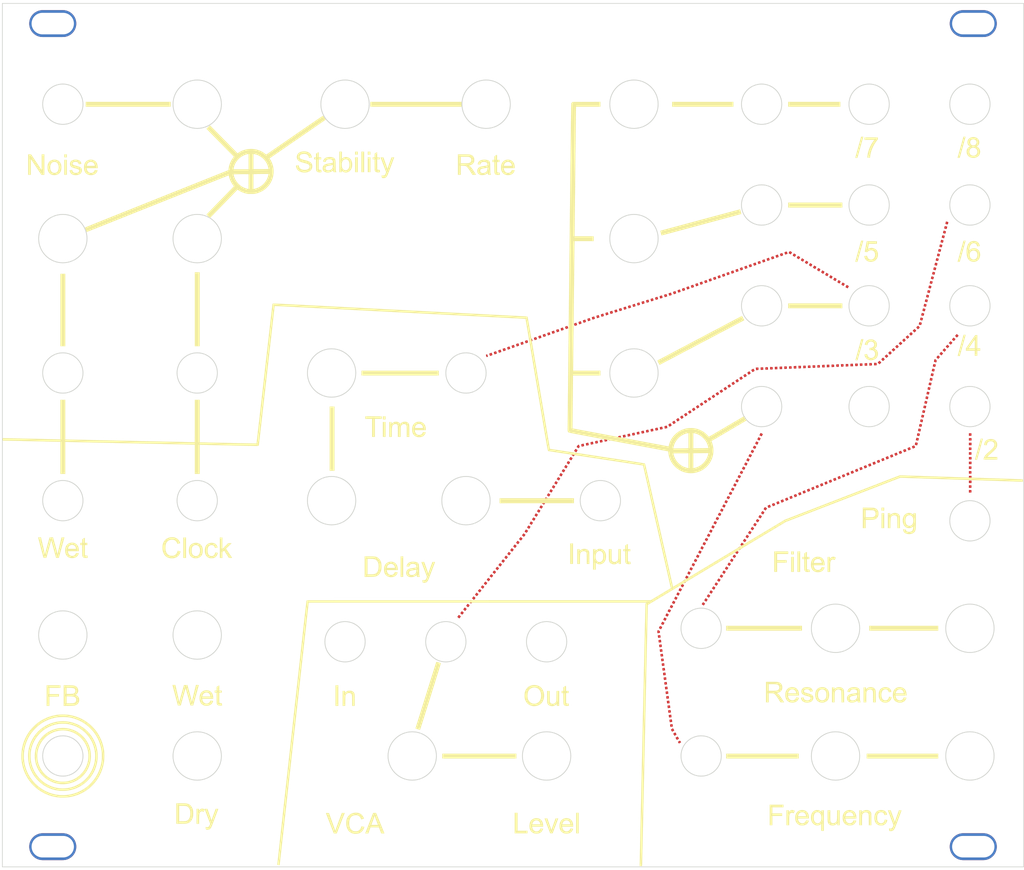
<source format=kicad_pcb>
(kicad_pcb (version 20211014) (generator pcbnew)
  (title_block (title "Strata Noise Machine Front Panel") (date "2022-10-25") (rev "r01") (comment 2 "creativecommons.org/licenses/by/4.0") (comment 3 "License: CC BY 4.0") (comment 4 "Author: Guy John"))
  (layers (0 "F.Cu" signal) (31 "B.Cu" signal) (36 "B.SilkS" user "B.Silkscreen") (37 "F.SilkS" user "F.Silkscreen") (38 "B.Mask" user) (39 "F.Mask" user) (44 "Edge.Cuts" user))
  (net 0 "")
  (footprint "strata-graphics:strata-kicad-front-panel" (layer "F.Cu") (at 239 131)
    (fp_text reference "Ref**" hide)
    (fp_text value "Val**" hide)
    (fp_line (start 76 64.5) (end -76 64.5) (layer "Edge.Cuts") (width 0.1))
    (fp_line (start -76 -64) (end 76 -64) (layer "Edge.Cuts") (width 0.1))
    (fp_line (start -76 64.5) (end -76 -64) (layer "Edge.Cuts") (width 0.1))
    (fp_line (start 76 -64) (end 76 64.5) (layer "Edge.Cuts") (width 0.1))
    (fp_circle (center 28 48) (end 31 48) (layer "Edge.Cuts") (width 0.12) (fill none))
    (fp_circle (center -67 48) (end -64 48) (layer "Edge.Cuts") (width 0.12) (fill none))
    (fp_circle (center -47 -29) (end -43.4 -29) (layer "Edge.Cuts") (width 0.12) (fill none))
    (fp_circle (center 18 -49) (end 21.6 -49) (layer "Edge.Cuts") (width 0.12) (fill none))
    (fp_circle (center -10 31) (end -7 31) (layer "Edge.Cuts") (width 0.12) (fill none))
    (fp_circle (center -7 -9) (end -4 -9) (layer "Edge.Cuts") (width 0.12) (fill none))
    (fp_circle (center 18 -29) (end 21.6 -29) (layer "Edge.Cuts") (width 0.12) (fill none))
    (fp_circle (center 53 -4) (end 56 -4) (layer "Edge.Cuts") (width 0.12) (fill none))
    (fp_circle (center -47 -9) (end -44 -9) (layer "Edge.Cuts") (width 0.12) (fill none))
    (fp_circle (center 37 -34) (end 40 -34) (layer "Edge.Cuts") (width 0.12) (fill none))
    (fp_circle (center 48 48) (end 51.6 48) (layer "Edge.Cuts") (width 0.12) (fill none))
    (fp_circle (center -67 -49) (end -64 -49) (layer "Edge.Cuts") (width 0.12) (fill none))
    (fp_circle (center 37 -49) (end 40 -49) (layer "Edge.Cuts") (width 0.12) (fill none))
    (fp_circle (center -67 -29) (end -63.4 -29) (layer "Edge.Cuts") (width 0.12) (fill none))
    (fp_circle (center 53 -19) (end 56 -19) (layer "Edge.Cuts") (width 0.12) (fill none))
    (fp_circle (center 53 -34) (end 56 -34) (layer "Edge.Cuts") (width 0.12) (fill none))
    (fp_circle (center 37 -19) (end 40 -19) (layer "Edge.Cuts") (width 0.12) (fill none))
    (fp_circle (center -47 10) (end -44 10) (layer "Edge.Cuts") (width 0.12) (fill none))
    (fp_circle (center -47 -49) (end -43.4 -49) (layer "Edge.Cuts") (width 0.12) (fill none))
    (fp_circle (center 13 10) (end 16 10) (layer "Edge.Cuts") (width 0.12) (fill none))
    (fp_circle (center 68 -49) (end 71 -49) (layer "Edge.Cuts") (width 0.12) (fill none))
    (fp_circle (center -7 10) (end -3.4 10) (layer "Edge.Cuts") (width 0.12) (fill none))
    (fp_circle (center -67 30) (end -63.4 30) (layer "Edge.Cuts") (width 0.12) (fill none))
    (fp_circle (center -47 30) (end -43.4 30) (layer "Edge.Cuts") (width 0.12) (fill none))
    (fp_circle (center 68 29) (end 71.6 29) (layer "Edge.Cuts") (width 0.12) (fill none))
    (fp_circle (center 53 -49) (end 56 -49) (layer "Edge.Cuts") (width 0.12) (fill none))
    (fp_circle (center 28 29) (end 31 29) (layer "Edge.Cuts") (width 0.12) (fill none))
    (fp_circle (center 48 29) (end 51.6 29) (layer "Edge.Cuts") (width 0.12) (fill none))
    (fp_circle (center -15 48) (end -11.4 48) (layer "Edge.Cuts") (width 0.12) (fill none))
    (fp_circle (center -27 10) (end -23.4 10) (layer "Edge.Cuts") (width 0.12) (fill none))
    (fp_circle (center -67 -9) (end -64 -9) (layer "Edge.Cuts") (width 0.12) (fill none))
    (fp_circle (center 37 -4) (end 40 -4) (layer "Edge.Cuts") (width 0.12) (fill none))
    (fp_circle (center -67 10) (end -64 10) (layer "Edge.Cuts") (width 0.12) (fill none))
    (fp_circle (center 68 13) (end 71 13) (layer "Edge.Cuts") (width 0.12) (fill none))
    (fp_circle (center -4 -49) (end -0.4 -49) (layer "Edge.Cuts") (width 0.12) (fill none))
    (fp_circle (center -25 -49) (end -21.4 -49) (layer "Edge.Cuts") (width 0.12) (fill none))
    (fp_circle (center 68 -19) (end 71 -19) (layer "Edge.Cuts") (width 0.12) (fill none))
    (fp_circle (center 5 48) (end 8.6 48) (layer "Edge.Cuts") (width 0.12) (fill none))
    (fp_circle (center 68 -4) (end 71 -4) (layer "Edge.Cuts") (width 0.12) (fill none))
    (fp_circle (center 68 -34) (end 71 -34) (layer "Edge.Cuts") (width 0.12) (fill none))
    (fp_circle (center -27 -9) (end -23.4 -9) (layer "Edge.Cuts") (width 0.12) (fill none))
    (fp_circle (center -47 48) (end -43.4 48) (layer "Edge.Cuts") (width 0.12) (fill none))
    (fp_circle (center 5 31) (end 8 31) (layer "Edge.Cuts") (width 0.12) (fill none))
    (fp_circle (center 68 48) (end 71.6 48) (layer "Edge.Cuts") (width 0.12) (fill none))
    (fp_circle (center -25 31) (end -22 31) (layer "Edge.Cuts") (width 0.12) (fill none))
    (fp_circle (center 18 -9) (end 21.6 -9) (layer "Edge.Cuts") (width 0.12) (fill none))
  )
)
</source>
